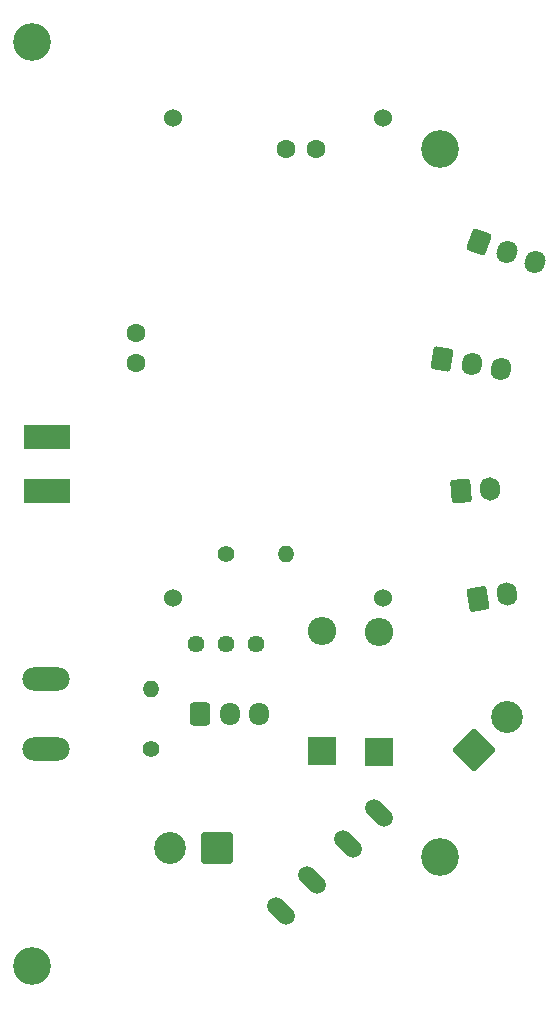
<source format=gbr>
%TF.GenerationSoftware,KiCad,Pcbnew,7.0.9*%
%TF.CreationDate,2024-07-27T15:43:32+09:00*%
%TF.ProjectId,____,fb90fa7f-2e6b-4696-9361-645f70636258,rev?*%
%TF.SameCoordinates,Original*%
%TF.FileFunction,Soldermask,Bot*%
%TF.FilePolarity,Negative*%
%FSLAX46Y46*%
G04 Gerber Fmt 4.6, Leading zero omitted, Abs format (unit mm)*
G04 Created by KiCad (PCBNEW 7.0.9) date 2024-07-27 15:43:32*
%MOMM*%
%LPD*%
G01*
G04 APERTURE LIST*
G04 Aperture macros list*
%AMRoundRect*
0 Rectangle with rounded corners*
0 $1 Rounding radius*
0 $2 $3 $4 $5 $6 $7 $8 $9 X,Y pos of 4 corners*
0 Add a 4 corners polygon primitive as box body*
4,1,4,$2,$3,$4,$5,$6,$7,$8,$9,$2,$3,0*
0 Add four circle primitives for the rounded corners*
1,1,$1+$1,$2,$3*
1,1,$1+$1,$4,$5*
1,1,$1+$1,$6,$7*
1,1,$1+$1,$8,$9*
0 Add four rect primitives between the rounded corners*
20,1,$1+$1,$2,$3,$4,$5,0*
20,1,$1+$1,$4,$5,$6,$7,0*
20,1,$1+$1,$6,$7,$8,$9,0*
20,1,$1+$1,$8,$9,$2,$3,0*%
%AMHorizOval*
0 Thick line with rounded ends*
0 $1 width*
0 $2 $3 position (X,Y) of the first rounded end (center of the circle)*
0 $4 $5 position (X,Y) of the second rounded end (center of the circle)*
0 Add line between two ends*
20,1,$1,$2,$3,$4,$5,0*
0 Add two circle primitives to create the rounded ends*
1,1,$1,$2,$3*
1,1,$1,$4,$5*%
G04 Aperture macros list end*
%ADD10RoundRect,0.250000X-0.716780X-0.609797X0.464990X-0.818175X0.716780X0.609797X-0.464990X0.818175X0*%
%ADD11HorizOval,1.700000X-0.021706X-0.123101X0.021706X0.123101X0*%
%ADD12R,2.400000X2.400000*%
%ADD13O,2.400000X2.400000*%
%ADD14C,1.600000*%
%ADD15C,1.400000*%
%ADD16O,1.400000X1.400000*%
%ADD17HorizOval,1.500000X-0.424264X0.424264X0.424264X-0.424264X0*%
%ADD18C,3.200000*%
%ADD19RoundRect,0.250000X-0.460649X-0.842795X0.721121X-0.634417X0.460649X0.842795X-0.721121X0.634417X0*%
%ADD20HorizOval,1.700000X-0.026047X0.147721X0.026047X-0.147721X0*%
%ADD21RoundRect,0.250001X1.099999X1.099999X-1.099999X1.099999X-1.099999X-1.099999X1.099999X-1.099999X0*%
%ADD22C,2.700000*%
%ADD23C,1.440000*%
%ADD24R,4.000000X2.000000*%
%ADD25RoundRect,0.250000X-0.600000X-0.725000X0.600000X-0.725000X0.600000X0.725000X-0.600000X0.725000X0*%
%ADD26O,1.700000X1.950000*%
%ADD27RoundRect,0.250000X-0.532350X-0.799439X0.663084X-0.694853X0.532350X0.799439X-0.663084X0.694853X0*%
%ADD28HorizOval,1.700000X-0.013073X0.149429X0.013073X-0.149429X0*%
%ADD29RoundRect,0.250001X0.000000X-1.555634X1.555634X0.000000X0.000000X1.555634X-1.555634X0.000000X0*%
%ADD30O,4.000000X2.000000*%
%ADD31RoundRect,0.250000X-0.811780X-0.476065X0.315851X-0.886489X0.811780X0.476065X-0.315851X0.886489X0*%
%ADD32HorizOval,1.700000X-0.042753X-0.117462X0.042753X0.117462X0*%
%ADD33C,1.524000*%
G04 APERTURE END LIST*
D10*
%TO.C,J2*%
X137737981Y-66015880D03*
D11*
X140200000Y-66450000D03*
X142662020Y-66884121D03*
%TD*%
D12*
%TO.C,D2*%
X127500000Y-99210000D03*
D13*
X127500000Y-89050000D03*
%TD*%
D14*
%TO.C,C2*%
X127000000Y-48260000D03*
X124500000Y-48260000D03*
%TD*%
%TO.C,C3*%
X111800000Y-63800000D03*
X111800000Y-66300000D03*
%TD*%
D15*
%TO.C,R1*%
X113030000Y-99060000D03*
D16*
X113030000Y-93980000D03*
%TD*%
D17*
%TO.C,F1*%
X132336574Y-104463425D03*
X129720279Y-107079720D03*
X126679720Y-110120279D03*
X124063425Y-112736574D03*
%TD*%
D18*
%TO.C,REF\u002A\u002A*%
X103000000Y-39200000D03*
%TD*%
D19*
%TO.C,J5*%
X140737981Y-86334120D03*
D20*
X143200000Y-85900000D03*
%TD*%
D21*
%TO.C,J3*%
X118618000Y-107442000D03*
D22*
X114658000Y-107442000D03*
%TD*%
D23*
%TO.C,RV1*%
X116840000Y-90170000D03*
X119380000Y-90170000D03*
X121920000Y-90170000D03*
%TD*%
D18*
%TO.C,REF\u002A\u002A*%
X137510000Y-48250000D03*
%TD*%
D24*
%TO.C,MES1*%
X104281000Y-72644000D03*
X104281000Y-77216000D03*
%TD*%
D18*
%TO.C,REF\u002A\u002A*%
X103000000Y-117400000D03*
%TD*%
D25*
%TO.C,SW2*%
X117210000Y-96040000D03*
D26*
X119710000Y-96040000D03*
X122210000Y-96040000D03*
%TD*%
D12*
%TO.C,D1*%
X132390000Y-99300000D03*
D13*
X132390000Y-89140000D03*
%TD*%
D27*
%TO.C,J4*%
X139309513Y-77217889D03*
D28*
X141800000Y-77000000D03*
%TD*%
D29*
%TO.C,BT1*%
X140399857Y-99100143D03*
D22*
X143200000Y-96300000D03*
%TD*%
D15*
%TO.C,R2*%
X119380000Y-82550000D03*
D16*
X124460000Y-82550000D03*
%TD*%
D30*
%TO.C,SW1*%
X104140000Y-99060000D03*
X104140000Y-93060000D03*
%TD*%
D18*
%TO.C,REF\u002A\u002A*%
X137500000Y-108200000D03*
%TD*%
D31*
%TO.C,J1*%
X140851537Y-56089899D03*
D32*
X143200769Y-56944949D03*
X145550000Y-57800000D03*
%TD*%
D33*
%TO.C,U2*%
X132670000Y-45560000D03*
X114890000Y-45560000D03*
X132670000Y-86200000D03*
X114890000Y-86200000D03*
%TD*%
M02*

</source>
